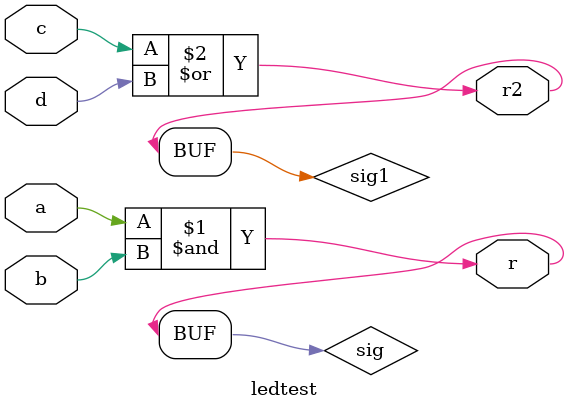
<source format=v>
`timescale 1ns / 1ps


module ledtest(
    input a,
    input b,
    input c,
    input d,
    output r,
    output r2
    );
    wire sig;
    
    assign sig = a & b;
    assign r = sig;
    assign sig1 = c | d;
    assign r2 = sig1;
endmodule

</source>
